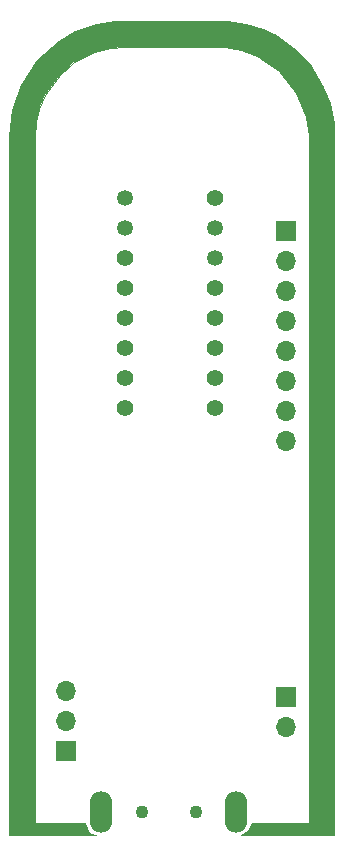
<source format=gbr>
%TF.GenerationSoftware,KiCad,Pcbnew,(5.1.8)-1*%
%TF.CreationDate,2021-03-15T19:10:07+01:00*%
%TF.ProjectId,CH341Apro,43483334-3141-4707-926f-2e6b69636164,rev?*%
%TF.SameCoordinates,Original*%
%TF.FileFunction,Soldermask,Bot*%
%TF.FilePolarity,Negative*%
%FSLAX46Y46*%
G04 Gerber Fmt 4.6, Leading zero omitted, Abs format (unit mm)*
G04 Created by KiCad (PCBNEW (5.1.8)-1) date 2021-03-15 19:10:07*
%MOMM*%
%LPD*%
G01*
G04 APERTURE LIST*
%ADD10C,0.100000*%
%ADD11C,1.400000*%
%ADD12C,1.350000*%
%ADD13O,1.900000X3.500000*%
%ADD14C,1.100000*%
%ADD15R,1.700000X1.700000*%
%ADD16O,1.700000X1.700000*%
G04 APERTURE END LIST*
D10*
G36*
X156108400Y-62255400D02*
G01*
X157530800Y-62687200D01*
X158648400Y-63220600D01*
X160324800Y-64465200D01*
X161493200Y-65684400D01*
X162661600Y-67640200D01*
X163195000Y-68935600D01*
X163525200Y-70637400D01*
X163550600Y-73152000D01*
X163525200Y-130937000D01*
X155702000Y-130937000D01*
X156083000Y-130683000D01*
X156337000Y-130429000D01*
X156591000Y-129921000D01*
X161417000Y-129921000D01*
X161417000Y-71628000D01*
X161163000Y-70104000D01*
X160375600Y-68072000D01*
X158877000Y-66268600D01*
X157073600Y-64973200D01*
X155651200Y-64465200D01*
X154305000Y-64211200D01*
X145796000Y-64211200D01*
X144576800Y-64312800D01*
X143256000Y-64643000D01*
X141579600Y-65481200D01*
X140335000Y-66573400D01*
X139090400Y-68300600D01*
X138607800Y-69469000D01*
X138353800Y-70510400D01*
X138226800Y-71983600D01*
X138226800Y-129921000D01*
X142494000Y-129921000D01*
X142621000Y-130302000D01*
X142748000Y-130556000D01*
X143002000Y-130810000D01*
X143383000Y-130937000D01*
X136017000Y-130937000D01*
X136042400Y-71755000D01*
X136296400Y-69545200D01*
X137033000Y-67411600D01*
X138404600Y-65328800D01*
X140233400Y-63728600D01*
X141630400Y-62890400D01*
X143459200Y-62230000D01*
X145008600Y-61976000D01*
X148640800Y-62001400D01*
X154482800Y-61976000D01*
X156108400Y-62255400D01*
G37*
X156108400Y-62255400D02*
X157530800Y-62687200D01*
X158648400Y-63220600D01*
X160324800Y-64465200D01*
X161493200Y-65684400D01*
X162661600Y-67640200D01*
X163195000Y-68935600D01*
X163525200Y-70637400D01*
X163550600Y-73152000D01*
X163525200Y-130937000D01*
X155702000Y-130937000D01*
X156083000Y-130683000D01*
X156337000Y-130429000D01*
X156591000Y-129921000D01*
X161417000Y-129921000D01*
X161417000Y-71628000D01*
X161163000Y-70104000D01*
X160375600Y-68072000D01*
X158877000Y-66268600D01*
X157073600Y-64973200D01*
X155651200Y-64465200D01*
X154305000Y-64211200D01*
X145796000Y-64211200D01*
X144576800Y-64312800D01*
X143256000Y-64643000D01*
X141579600Y-65481200D01*
X140335000Y-66573400D01*
X139090400Y-68300600D01*
X138607800Y-69469000D01*
X138353800Y-70510400D01*
X138226800Y-71983600D01*
X138226800Y-129921000D01*
X142494000Y-129921000D01*
X142621000Y-130302000D01*
X142748000Y-130556000D01*
X143002000Y-130810000D01*
X143383000Y-130937000D01*
X136017000Y-130937000D01*
X136042400Y-71755000D01*
X136296400Y-69545200D01*
X137033000Y-67411600D01*
X138404600Y-65328800D01*
X140233400Y-63728600D01*
X141630400Y-62890400D01*
X143459200Y-62230000D01*
X145008600Y-61976000D01*
X148640800Y-62001400D01*
X154482800Y-61976000D01*
X156108400Y-62255400D01*
D11*
%TO.C,J3*%
X153479500Y-94805500D03*
X145859500Y-94805500D03*
X153479500Y-92265500D03*
X145859500Y-92265500D03*
X153479500Y-89725500D03*
X145859500Y-89725500D03*
X153479500Y-87185500D03*
X145859500Y-87185500D03*
X153479500Y-84645500D03*
X145859500Y-84645500D03*
D12*
X153479500Y-82105500D03*
D11*
X145859500Y-82105500D03*
D12*
X153479500Y-79565500D03*
X145859500Y-79565500D03*
D11*
X153479500Y-77025500D03*
D12*
X145859500Y-77025500D03*
%TD*%
D13*
%TO.C,J1*%
X155257500Y-128968500D03*
X143857500Y-128968500D03*
D14*
X151857500Y-128968500D03*
X147257500Y-128968500D03*
%TD*%
D15*
%TO.C,J4*%
X159512000Y-79756000D03*
D16*
X159512000Y-82296000D03*
X159512000Y-84836000D03*
X159512000Y-87376000D03*
X159512000Y-89916000D03*
X159512000Y-92456000D03*
X159512000Y-94996000D03*
X159512000Y-97536000D03*
%TD*%
D15*
%TO.C,JP1*%
X159512000Y-119253000D03*
D16*
X159512000Y-121793000D03*
%TD*%
D15*
%TO.C,JP2*%
X140843000Y-123825000D03*
D16*
X140843000Y-121285000D03*
X140843000Y-118745000D03*
%TD*%
M02*

</source>
